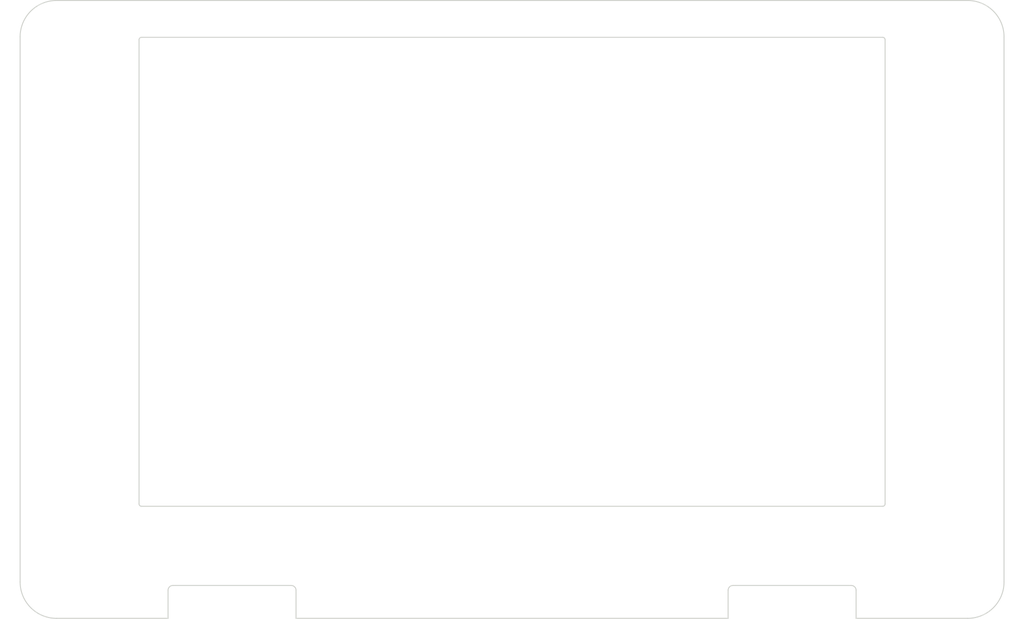
<source format=kicad_pcb>
(kicad_pcb (version 20211014) (generator pcbnew)
  (layers (0 "F.Cu" signal) (31 "B.Cu" signal) (34 "B.Paste" user) (35 "F.Paste" user) (36 "B.SilkS" user "B.Silkscreen") (37 "F.SilkS" user "F.Silkscreen") (38 "B.Mask" user) (39 "F.Mask" user) (44 "Edge.Cuts" user))
  (net 0 "")
  (footprint "MountingHole:MountingHole_2.2mm_M2" (layer "F.Cu") (at 134 140.2)
    (fp_text reference "REF**33" hide)
    (fp_text value "MountingHole_2.2mm_M2" hide)
    (pad "" np_thru_hole circle (at 0 0) (size 1 1) (drill 1) (layers F&B.Cu *.Mask))
  )
  (footprint "MountingHole:MountingHole_2.2mm_M2" (layer "F.Cu") (at 130.6 138.7)
    (fp_text reference "REF**22" hide)
    (fp_text value "MountingHole_2.2mm_M2" hide)
    (pad "" np_thru_hole circle (at 0 0) (size 1 1) (drill 1) (layers F&B.Cu *.Mask))
  )
  (footprint "MountingHole:MountingHole_2.2mm_M2" (layer "F.Cu") (at 128.9 140.2)
    (fp_text reference "REF**30" hide)
    (fp_text value "MountingHole_2.2mm_M2" hide)
    (pad "" np_thru_hole circle (at 0 0) (size 1 1) (drill 1) (layers F&B.Cu *.Mask))
  )
  (footprint "MountingHole:MountingHole_2.2mm_M2" (layer "F.Cu") (at 130.6 143.2)
    (fp_text reference "REF**49" hide)
    (fp_text value "MountingHole_2.2mm_M2" hide)
    (pad "" np_thru_hole circle (at 0 0) (size 1 1) (drill 1) (layers F&B.Cu *.Mask))
  )
  (footprint "MountingHole:MountingHole_2.2mm_M2" (layer "F.Cu") (at 123.8 143.2)
    (fp_text reference "REF**45" hide)
    (fp_text value "MountingHole_2.2mm_M2" hide)
    (pad "" np_thru_hole circle (at 0 0) (size 1 1) (drill 1) (layers F&B.Cu *.Mask))
  )
  (footprint "MountingHole:MountingHole_2.2mm_M2" (layer "F.Cu") (at 127.2 141.7)
    (fp_text reference "REF**38" hide)
    (fp_text value "MountingHole_2.2mm_M2" hide)
    (pad "" np_thru_hole circle (at 0 0) (size 1 1) (drill 1) (layers F&B.Cu *.Mask))
  )
  (footprint "MountingHole:MountingHole_2.2mm_M2" (layer "F.Cu") (at 132.3 144.7)
    (fp_text reference "REF**59" hide)
    (fp_text value "MountingHole_2.2mm_M2" hide)
    (pad "" np_thru_hole circle (at 0 0) (size 1 1) (drill 1) (layers F&B.Cu *.Mask))
  )
  (footprint "MountingHole:MountingHole_2.2mm_M2" (layer "F.Cu") (at 225.25 30)
    (fp_text reference "REF**" hide)
    (fp_text value "MountingHole_2.2mm_M2")
    (pad "" np_thru_hole circle (at 0 0) (size 2.2 2.2) (drill 2.2) (layers *.Cu *.Mask))
  )
  (footprint "MountingHole:MountingHole_2.2mm_M2" (layer "F.Cu") (at 35.85 30)
    (fp_text reference "REF**" hide)
    (fp_text value "MountingHole_2.2mm_M2")
    (pad "" np_thru_hole circle (at 0 0) (size 2.2 2.2) (drill 2.2) (layers *.Cu *.Mask))
  )
  (footprint "MountingHole:MountingHole_2.2mm_M2" (layer "F.Cu") (at 137.4 138.7)
    (fp_text reference "REF**26" hide)
    (fp_text value "MountingHole_2.2mm_M2" hide)
    (pad "" np_thru_hole circle (at 0 0) (size 1 1) (drill 1) (layers F&B.Cu *.Mask))
  )
  (footprint "MountingHole:MountingHole_2.2mm_M2" (layer "F.Cu") (at 125.5 143.2)
    (fp_text reference "REF**46" hide)
    (fp_text value "MountingHole_2.2mm_M2" hide)
    (pad "" np_thru_hole circle (at 0 0) (size 1 1) (drill 1) (layers F&B.Cu *.Mask))
  )
  (footprint "MountingHole:MountingHole_2.2mm_M2" (layer "F.Cu") (at 134 143.2)
    (fp_text reference "REF**51" hide)
    (fp_text value "MountingHole_2.2mm_M2" hide)
    (pad "" np_thru_hole circle (at 0 0) (size 1 1) (drill 1) (layers F&B.Cu *.Mask))
  )
  (footprint "MountingHole:MountingHole_2.2mm_M2" (layer "F.Cu") (at 225.25 146)
    (fp_text reference "REF**" hide)
    (fp_text value "MountingHole_2.2mm_M2")
    (pad "" np_thru_hole circle (at 0 0) (size 2.2 2.2) (drill 2.2) (layers *.Cu *.Mask))
  )
  (footprint "MountingHole:MountingHole_2.2mm_M2" (layer "F.Cu") (at 130.6 141.7)
    (fp_text reference "REF**40" hide)
    (fp_text value "MountingHole_2.2mm_M2" hide)
    (pad "" np_thru_hole circle (at 0 0) (size 1 1) (drill 1) (layers F&B.Cu *.Mask))
  )
  (footprint "MountingHole:MountingHole_2.2mm_M2" (layer "F.Cu") (at 135.7 138.7)
    (fp_text reference "REF**25" hide)
    (fp_text value "MountingHole_2.2mm_M2" hide)
    (pad "" np_thru_hole circle (at 0 0) (size 1 1) (drill 1) (layers F&B.Cu *.Mask))
  )
  (footprint "MountingHole:MountingHole_2.2mm_M2" (layer "F.Cu") (at 132.3 137.2)
    (fp_text reference "REF**14" hide)
    (fp_text value "MountingHole_2.2mm_M2" hide)
    (pad "" np_thru_hole circle (at 0 0) (size 1 1) (drill 1) (layers F&B.Cu *.Mask))
  )
  (footprint "MountingHole:MountingHole_2.2mm_M2" (layer "F.Cu") (at 127.2 137.2)
    (fp_text reference "REF**11" hide)
    (fp_text value "MountingHole_2.2mm_M2" hide)
    (pad "" np_thru_hole circle (at 0 0) (size 1 1) (drill 1) (layers F&B.Cu *.Mask))
  )
  (footprint "MountingHole:MountingHole_2.2mm_M2" (layer "F.Cu") (at 134 137.2)
    (fp_text reference "REF**15" hide)
    (fp_text value "MountingHole_2.2mm_M2" hide)
    (pad "" np_thru_hole circle (at 0 0) (size 1 1) (drill 1) (layers F&B.Cu *.Mask))
  )
  (footprint "MountingHole:MountingHole_2.2mm_M2" (layer "F.Cu") (at 132.3 140.2)
    (fp_text reference "REF**32" hide)
    (fp_text value "MountingHole_2.2mm_M2" hide)
    (pad "" np_thru_hole circle (at 0 0) (size 1 1) (drill 1) (layers F&B.Cu *.Mask))
  )
  (footprint "MountingHole:MountingHole_2.2mm_M2" (layer "F.Cu") (at 134 135.7)
    (fp_text reference "REF**6" hide)
    (fp_text value "MountingHole_2.2mm_M2" hide)
    (pad "" np_thru_hole circle (at 0 0) (size 1 1) (drill 1) (layers F&B.Cu *.Mask))
  )
  (footprint "MountingHole:MountingHole_2.2mm_M2" (layer "F.Cu") (at 137.4 137.2)
    (fp_text reference "REF**17" hide)
    (fp_text value "MountingHole_2.2mm_M2" hide)
    (pad "" np_thru_hole circle (at 0 0) (size 1 1) (drill 1) (layers F&B.Cu *.Mask))
  )
  (footprint "MountingHole:MountingHole_2.2mm_M2" (layer "F.Cu") (at 130.6 140.2)
    (fp_text reference "REF**31" hide)
    (fp_text value "MountingHole_2.2mm_M2" hide)
    (pad "" np_thru_hole circle (at 0 0) (size 1 1) (drill 1) (layers F&B.Cu *.Mask))
  )
  (footprint "MountingHole:MountingHole_2.2mm_M2" (layer "F.Cu") (at 137.4 143.2)
    (fp_text reference "REF**53" hide)
    (fp_text value "MountingHole_2.2mm_M2" hide)
    (pad "" np_thru_hole circle (at 0 0) (size 1 1) (drill 1) (layers F&B.Cu *.Mask))
  )
  (footprint "MountingHole:MountingHole_2.2mm_M2" (layer "F.Cu") (at 125.5 140.2)
    (fp_text reference "REF**28" hide)
    (fp_text value "MountingHole_2.2mm_M2" hide)
    (pad "" np_thru_hole circle (at 0 0) (size 1 1) (drill 1) (layers F&B.Cu *.Mask))
  )
  (footprint "MountingHole:MountingHole_2.2mm_M2" (layer "F.Cu") (at 137.4 135.7)
    (fp_text reference "REF**8" hide)
    (fp_text value "MountingHole_2.2mm_M2" hide)
    (pad "" np_thru_hole circle (at 0 0) (size 1 1) (drill 1) (layers F&B.Cu *.Mask))
  )
  (footprint "MountingHole:MountingHole_2.2mm_M2" (layer "F.Cu") (at 132.3 143.2)
    (fp_text reference "REF**50" hide)
    (fp_text value "MountingHole_2.2mm_M2" hide)
    (pad "" np_thru_hole circle (at 0 0) (size 1 1) (drill 1) (layers F&B.Cu *.Mask))
  )
  (footprint "MountingHole:MountingHole_2.2mm_M2" (layer "F.Cu") (at 130.6 137.2)
    (fp_text reference "REF**13" hide)
    (fp_text value "MountingHole_2.2mm_M2" hide)
    (pad "" np_thru_hole circle (at 0 0) (size 1 1) (drill 1) (layers F&B.Cu *.Mask))
  )
  (footprint "MountingHole:MountingHole_2.2mm_M2" (layer "F.Cu") (at 130.6 144.7)
    (fp_text reference "REF**58" hide)
    (fp_text value "MountingHole_2.2mm_M2" hide)
    (pad "" np_thru_hole circle (at 0 0) (size 1 1) (drill 1) (layers F&B.Cu *.Mask))
  )
  (footprint "MountingHole:MountingHole_2.2mm_M2" (layer "F.Cu") (at 137.4 144.7)
    (fp_text reference "REF**62" hide)
    (fp_text value "MountingHole_2.2mm_M2" hide)
    (pad "" np_thru_hole circle (at 0 0) (size 1 1) (drill 1) (layers F&B.Cu *.Mask))
  )
  (footprint "MountingHole:MountingHole_2.2mm_M2" (layer "F.Cu") (at 125.5 138.7)
    (fp_text reference "REF**19" hide)
    (fp_text value "MountingHole_2.2mm_M2" hide)
    (pad "" np_thru_hole circle (at 0 0) (size 1 1) (drill 1) (layers F&B.Cu *.Mask))
  )
  (footprint "MountingHole:MountingHole_2.2mm_M2" (layer "F.Cu") (at 128.9 141.7)
    (fp_text reference "REF**39" hide)
    (fp_text value "MountingHole_2.2mm_M2" hide)
    (pad "" np_thru_hole circle (at 0 0) (size 1 1) (drill 1) (layers F&B.Cu *.Mask))
  )
  (footprint "MountingHole:MountingHole_2.2mm_M2" (layer "F.Cu") (at 127.2 138.7)
    (fp_text reference "REF**20" hide)
    (fp_text value "MountingHole_2.2mm_M2" hide)
    (pad "" np_thru_hole circle (at 0 0) (size 1 1) (drill 1) (layers F&B.Cu *.Mask))
  )
  (footprint "MountingHole:MountingHole_2.2mm_M2" (layer "F.Cu") (at 132.3 141.7)
    (fp_text reference "REF**41" hide)
    (fp_text value "MountingHole_2.2mm_M2" hide)
    (pad "" np_thru_hole circle (at 0 0) (size 1 1) (drill 1) (layers F&B.Cu *.Mask))
  )
  (footprint "MountingHole:MountingHole_2.2mm_M2" (layer "F.Cu") (at 123.8 135.7)
    (fp_text reference "REF**" hide)
    (fp_text value "MountingHole_2.2mm_M2" hide)
    (pad "" np_thru_hole circle (at 0 0) (size 1 1) (drill 1) (layers F&B.Cu *.Mask))
  )
  (footprint "MountingHole:MountingHole_2.2mm_M2" (layer "F.Cu") (at 127.2 140.2)
    (fp_text reference "REF**29" hide)
    (fp_text value "MountingHole_2.2mm_M2" hide)
    (pad "" np_thru_hole circle (at 0 0) (size 1 1) (drill 1) (layers F&B.Cu *.Mask))
  )
  (footprint "MountingHole:MountingHole_2.2mm_M2" (layer "F.Cu") (at 137.4 141.7)
    (fp_text reference "REF**44" hide)
    (fp_text value "MountingHole_2.2mm_M2" hide)
    (pad "" np_thru_hole circle (at 0 0) (size 1 1) (drill 1) (layers F&B.Cu *.Mask))
  )
  (footprint "MountingHole:MountingHole_2.2mm_M2" (layer "F.Cu") (at 135.7 135.7)
    (fp_text reference "REF**7" hide)
    (fp_text value "MountingHole_2.2mm_M2" hide)
    (pad "" np_thru_hole circle (at 0 0) (size 1 1) (drill 1) (layers F&B.Cu *.Mask))
  )
  (footprint "MountingHole:MountingHole_2.2mm_M2" (layer "F.Cu") (at 125.5 137.2)
    (fp_text reference "REF**10" hide)
    (fp_text value "MountingHole_2.2mm_M2" hide)
    (pad "" np_thru_hole circle (at 0 0) (size 1 1) (drill 1) (layers F&B.Cu *.Mask))
  )
  (footprint "MountingHole:MountingHole_2.2mm_M2" (layer "F.Cu") (at 137.4 140.2)
    (fp_text reference "REF**35" hide)
    (fp_text value "MountingHole_2.2mm_M2" hide)
    (pad "" np_thru_hole circle (at 0 0) (size 1 1) (drill 1) (layers F&B.Cu *.Mask))
  )
  (footprint "MountingHole:MountingHole_2.2mm_M2" (layer "F.Cu") (at 134 138.7)
    (fp_text reference "REF**24" hide)
    (fp_text value "MountingHole_2.2mm_M2" hide)
    (pad "" np_thru_hole circle (at 0 0) (size 1 1) (drill 1) (layers F&B.Cu *.Mask))
  )
  (footprint "MountingHole:MountingHole_2.2mm_M2" (layer "F.Cu") (at 132.3 138.7)
    (fp_text reference "REF**23" hide)
    (fp_text value "MountingHole_2.2mm_M2" hide)
    (pad "" np_thru_hole circle (at 0 0) (size 1 1) (drill 1) (layers F&B.Cu *.Mask))
  )
  (footprint "MountingHole:MountingHole_2.2mm_M2" (layer "F.Cu") (at 162.15 146)
    (fp_text reference "REF**" hide)
    (fp_text value "MountingHole_2.2mm_M2")
    (pad "" np_thru_hole circle (at 0 0) (size 2.2 2.2) (drill 2.2) (layers *.Cu *.Mask))
  )
  (footprint "MountingHole:MountingHole_2.2mm_M2" (layer "F.Cu") (at 135.7 137.2)
    (fp_text reference "REF**16" hide)
    (fp_text value "MountingHole_2.2mm_M2" hide)
    (pad "" np_thru_hole circle (at 0 0) (size 1 1) (drill 1) (layers F&B.Cu *.Mask))
  )
  (footprint "MountingHole:MountingHole_2.2mm_M2" (layer "F.Cu") (at 130.6 135.7)
    (fp_text reference "REF**4" hide)
    (fp_text value "MountingHole_2.2mm_M2" hide)
    (pad "" np_thru_hole circle (at 0 0) (size 1 1) (drill 1) (layers F&B.Cu *.Mask))
  )
  (footprint "MountingHole:MountingHole_2.2mm_M2" (layer "F.Cu") (at 135.7 143.2)
    (fp_text reference "REF**52" hide)
    (fp_text value "MountingHole_2.2mm_M2" hide)
    (pad "" np_thru_hole circle (at 0 0) (size 1 1) (drill 1) (layers F&B.Cu *.Mask))
  )
  (footprint "MountingHole:MountingHole_2.2mm_M2" (layer "F.Cu") (at 128.9 138.7)
    (fp_text reference "REF**21" hide)
    (fp_text value "MountingHole_2.2mm_M2" hide)
    (pad "" np_thru_hole circle (at 0 0) (size 1 1) (drill 1) (layers F&B.Cu *.Mask))
  )
  (footprint "MountingHole:MountingHole_2.2mm_M2" (layer "F.Cu") (at 135.7 140.2)
    (fp_text reference "REF**34" hide)
    (fp_text value "MountingHole_2.2mm_M2" hide)
    (pad "" np_thru_hole circle (at 0 0) (size 1 1) (drill 1) (layers F&B.Cu *.Mask))
  )
  (footprint "MountingHole:MountingHole_2.2mm_M2" (layer "F.Cu") (at 132.3 135.7)
    (fp_text reference "REF**5" hide)
    (fp_text value "MountingHole_2.2mm_M2" hide)
    (pad "" np_thru_hole circle (at 0 0) (size 1 1) (drill 1) (layers F&B.Cu *.Mask))
  )
  (footprint "MountingHole:MountingHole_2.2mm_M2" (layer "F.Cu") (at 123.8 138.7)
    (fp_text reference "REF**18" hide)
    (fp_text value "MountingHole_2.2mm_M2" hide)
    (pad "" np_thru_hole circle (at 0 0) (size 1 1) (drill 1) (layers F&B.Cu *.Mask))
  )
  (footprint "MountingHole:MountingHole_2.2mm_M2" (layer "F.Cu") (at 128.9 144.7)
    (fp_text reference "REF**57" hide)
    (fp_text value "MountingHole_2.2mm_M2" hide)
    (pad "" np_thru_hole circle (at 0 0) (size 1 1) (drill 1) (layers F&B.Cu *.Mask))
  )
  (footprint "MountingHole:MountingHole_2.2mm_M2" (layer "F.Cu") (at 123.8 141.7)
    (fp_text reference "REF**36" hide)
    (fp_text value "MountingHole_2.2mm_M2" hide)
    (pad "" np_thru_hole circle (at 0 0) (size 1 1) (drill 1) (layers F&B.Cu *.Mask))
  )
  (footprint "MountingHole:MountingHole_2.2mm_M2" (layer "F.Cu") (at 128.9 135.7)
    (fp_text reference "REF**3" hide)
    (fp_text value "MountingHole_2.2mm_M2" hide)
    (pad "" np_thru_hole circle (at 0 0) (size 1 1) (drill 1) (layers F&B.Cu *.Mask))
  )
  (footprint "MountingHole:MountingHole_2.2mm_M2" (layer "F.Cu") (at 123.8 140.2)
    (fp_text reference "REF**27" hide)
    (fp_text value "MountingHole_2.2mm_M2" hide)
    (pad "" np_thru_hole circle (at 0 0) (size 1 1) (drill 1) (layers F&B.Cu *.Mask))
  )
  (footprint "MountingHole:MountingHole_2.2mm_M2" (layer "F.Cu") (at 134 141.7)
    (fp_text reference "REF**42" hide)
    (fp_text value "MountingHole_2.2mm_M2" hide)
    (pad "" np_thru_hole circle (at 0 0) (size 1 1) (drill 1) (layers F&B.Cu *.Mask))
  )
  (footprint "MountingHole:MountingHole_2.2mm_M2" (layer "F.Cu") (at 123.8 144.7)
    (fp_text reference "REF**54" hide)
    (fp_text value "MountingHole_2.2mm_M2" hide)
    (pad "" np_thru_hole circle (at 0 0) (size 1 1) (drill 1) (layers F&B.Cu *.Mask))
  )
  (footprint "MountingHole:MountingHole_2.2mm_M2" (layer "F.Cu") (at 98.95 146)
    (fp_text reference "REF**" hide)
    (fp_text value "MountingHole_2.2mm_M2")
    (pad "" np_thru_hole circle (at 0 0) (size 2.2 2.2) (drill 2.2) (layers *.Cu *.Mask))
  )
  (footprint "MountingHole:MountingHole_2.2mm_M2" (layer "F.Cu") (at 127.2 144.7)
    (fp_text reference "REF**56" hide)
    (fp_text value "MountingHole_2.2mm_M2" hide)
    (pad "" np_thru_hole circle (at 0 0) (size 1 1) (drill 1) (layers F&B.Cu *.Mask))
  )
  (footprint "MountingHole:MountingHole_2.2mm_M2" (layer "F.Cu") (at 125.5 141.7)
    (fp_text reference "REF**37" hide)
    (fp_text value "MountingHole_2.2mm_M2" hide)
    (pad "" np_thru_hole circle (at 0 0) (size 1 1) (drill 1) (layers F&B.Cu *.Mask))
  )
  (footprint "MountingHole:MountingHole_2.2mm_M2" (layer "F.Cu") (at 35.85 146)
    (fp_text reference "REF**" hide)
    (fp_text value "MountingHole_2.2mm_M2")
    (pad "" np_thru_hole circle (at 0 0) (size 2.2 2.2) (drill 2.2) (layers *.Cu *.Mask))
  )
  (footprint "MountingHole:MountingHole_2.2mm_M2" (layer "F.Cu") (at 127.2 143.2)
    (fp_text reference "REF**47" hide)
    (fp_text value "MountingHole_2.2mm_M2" hide)
    (pad "" np_thru_hole circle (at 0 0) (size 1 1) (drill 1) (layers F&B.Cu *.Mask))
  )
  (footprint "MountingHole:MountingHole_2.2mm_M2" (layer "F.Cu") (at 128.9 143.2)
    (fp_text reference "REF**48" hide)
    (fp_text value "MountingHole_2.2mm_M2" hide)
    (pad "" np_thru_hole circle (at 0 0) (size 1 1) (drill 1) (layers F&B.Cu *.Mask))
  )
  (footprint "MountingHole:MountingHole_2.2mm_M2" (layer "F.Cu") (at 134 144.7)
    (fp_text reference "REF**60" hide)
    (fp_text value "MountingHole_2.2mm_M2" hide)
    (pad "" np_thru_hole circle (at 0 0) (size 1 1) (drill 1) (layers F&B.Cu *.Mask))
  )
  (footprint "MountingHole:MountingHole_2.2mm_M2" (layer "F.Cu") (at 135.7 144.7)
    (fp_text reference "REF**61" hide)
    (fp_text value "MountingHole_2.2mm_M2" hide)
    (pad "" np_thru_hole circle (at 0 0) (size 1 1) (drill 1) (layers F&B.Cu *.Mask))
  )
  (footprint "MountingHole:MountingHole_2.2mm_M2" (layer "F.Cu") (at 128.9 137.2)
    (fp_text reference "REF**12" hide)
    (fp_text value "MountingHole_2.2mm_M2" hide)
    (pad "" np_thru_hole circle (at 0 0) (size 1 1) (drill 1) (layers F&B.Cu *.Mask))
  )
  (footprint "MountingHole:MountingHole_2.2mm_M2" (layer "F.Cu") (at 125.5 144.7)
    (fp_text reference "REF**55" hide)
    (fp_text value "MountingHole_2.2mm_M2" hide)
    (pad "" np_thru_hole circle (at 0 0) (size 1 1) (drill 1) (layers F&B.Cu *.Mask))
  )
  (footprint "MountingHole:MountingHole_2.2mm_M2" (layer "F.Cu") (at 125.5 135.7)
    (fp_text reference "REF**1" hide)
    (fp_text value "MountingHole_2.2mm_M2" hide)
    (pad "" np_thru_hole circle (at 0 0) (size 1 1) (drill 1) (layers F&B.Cu *.Mask))
  )
  (footprint "MountingHole:MountingHole_2.2mm_M2" (layer "F.Cu") (at 123.8 137.2)
    (fp_text reference "REF**9" hide)
    (fp_text value "MountingHole_2.2mm_M2" hide)
    (pad "" np_thru_hole circle (at 0 0) (size 1 1) (drill 1) (layers F&B.Cu *.Mask))
  )
  (footprint "MountingHole:MountingHole_2.2mm_M2" (layer "F.Cu") (at 135.7 141.7)
    (fp_text reference "REF**43" hide)
    (fp_text value "MountingHole_2.2mm_M2" hide)
    (pad "" np_thru_hole circle (at 0 0) (size 1 1) (drill 1) (layers F&B.Cu *.Mask))
  )
  (footprint "MountingHole:MountingHole_2.2mm_M2" (layer "F.Cu") (at 127.2 135.7)
    (fp_text reference "REF**2" hide)
    (fp_text value "MountingHole_2.2mm_M2" hide)
    (pad "" np_thru_hole circle (at 0 0) (size 1 1) (drill 1) (layers F&B.Cu *.Mask))
  )
  (gr_arc (start 54.662674 33.083012) (mid 54.809115 32.729442) (end 55.162674 32.583012) (layer "Edge.Cuts") (width 0.2))
  (gr_line (start 61.562673 144.200013) (end 85.60354 144.200013) (layer "Edge.Cuts") (width 0.2))
  (gr_line (start 223.262674 25.083012) (end 37.862674 25.083012) (layer "Edge.Cuts") (width 0.2))
  (gr_line (start 230.662674 143.500012) (end 230.662674 32.483012) (layer "Edge.Cuts") (width 0.2))
  (gr_arc (start 223.262674 25.083012) (mid 228.495263 27.250422) (end 230.662674 32.483012) (layer "Edge.Cuts") (width 0.2))
  (gr_arc (start 230.662674 143.500012) (mid 228.495253 148.732581) (end 223.262674 150.900012) (layer "Edge.Cuts") (width 0.2))
  (gr_arc (start 174.521808 145.200013) (mid 174.814692 144.492897) (end 175.521808 144.200013) (layer "Edge.Cuts") (width 0.2))
  (gr_line (start 86.60354 145.200013) (end 86.60354 150.900012) (layer "Edge.Cuts") (width 0.2))
  (gr_line (start 54.662674 127.583012) (end 54.662674 33.083012) (layer "Edge.Cuts") (width 0.2))
  (gr_line (start 205.962674 128.083012) (end 55.162674 128.083012) (layer "Edge.Cuts") (width 0.2))
  (gr_line (start 175.521808 144.200013) (end 199.562675 144.200013) (layer "Edge.Cuts") (width 0.2))
  (gr_arc (start 205.962674 32.583012) (mid 206.31624 32.72945) (end 206.462674 33.083012) (layer "Edge.Cuts") (width 0.2))
  (gr_arc (start 199.562675 144.200013) (mid 200.269769 144.492909) (end 200.562675 145.200013) (layer "Edge.Cuts") (width 0.2))
  (gr_line (start 86.60354 150.900012) (end 174.521808 150.900012) (layer "Edge.Cuts") (width 0.2))
  (gr_line (start 55.162674 32.583012) (end 205.962674 32.583012) (layer "Edge.Cuts") (width 0.2))
  (gr_line (start 174.521808 150.900012) (end 174.521808 145.200013) (layer "Edge.Cuts") (width 0.2))
  (gr_arc (start 55.162674 128.083012) (mid 54.809133 127.936557) (end 54.662674 127.583012) (layer "Edge.Cuts") (width 0.2))
  (gr_arc (start 30.462674 32.483012) (mid 32.630084 27.250422) (end 37.862674 25.083012) (layer "Edge.Cuts") (width 0.2))
  (gr_arc (start 85.60354 144.200013) (mid 86.310646 144.492907) (end 86.60354 145.200013) (layer "Edge.Cuts") (width 0.2))
  (gr_arc (start 37.862674 150.900012) (mid 32.630084 148.732602) (end 30.462674 143.500012) (layer "Edge.Cuts") (width 0.2))
  (gr_line (start 60.562673 150.900012) (end 60.562673 145.200013) (layer "Edge.Cuts") (width 0.2))
  (gr_line (start 37.862674 150.900012) (end 60.562673 150.900012) (layer "Edge.Cuts") (width 0.2))
  (gr_arc (start 206.462674 127.583012) (mid 206.316222 127.936548) (end 205.962674 128.083012) (layer "Edge.Cuts") (width 0.2))
  (gr_arc (start 60.562673 145.200013) (mid 60.855567 144.492907) (end 61.562673 144.200013) (layer "Edge.Cuts") (width 0.2))
  (gr_line (start 200.562675 145.200013) (end 200.562675 150.900012) (layer "Edge.Cuts") (width 0.2))
  (gr_line (start 206.462674 33.083012) (end 206.462674 127.583012) (layer "Edge.Cuts") (width 0.2))
  (gr_line (start 30.462674 32.483012) (end 30.462674 143.500012) (layer "Edge.Cuts") (width 0.2))
  (gr_line (start 200.562675 150.900012) (end 223.262674 150.900012) (layer "Edge.Cuts") (width 0.2))
)
</source>
